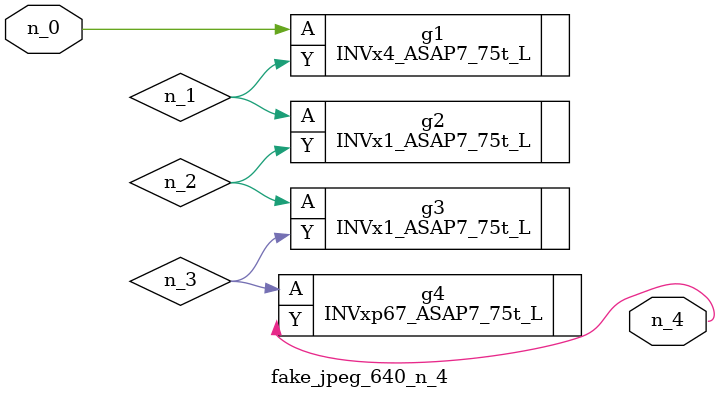
<source format=v>
module fake_jpeg_640_n_4 (n_0, n_4);

input n_0;

output n_4;

wire n_3;
wire n_2;
wire n_1;

INVx4_ASAP7_75t_L g1 ( 
.A(n_0),
.Y(n_1)
);

INVx1_ASAP7_75t_L g2 ( 
.A(n_1),
.Y(n_2)
);

INVx1_ASAP7_75t_L g3 ( 
.A(n_2),
.Y(n_3)
);

INVxp67_ASAP7_75t_L g4 ( 
.A(n_3),
.Y(n_4)
);


endmodule
</source>
